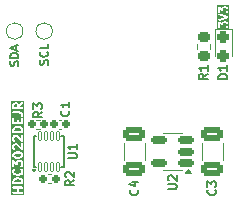
<source format=gbr>
%TF.GenerationSoftware,KiCad,Pcbnew,9.0.0*%
%TF.CreationDate,2025-05-22T17:38:36+04:00*%
%TF.ProjectId,02_06_sensor_temphumid_HDC3022DEJR,30325f30-365f-4736-956e-736f725f7465,rev?*%
%TF.SameCoordinates,Original*%
%TF.FileFunction,Legend,Top*%
%TF.FilePolarity,Positive*%
%FSLAX46Y46*%
G04 Gerber Fmt 4.6, Leading zero omitted, Abs format (unit mm)*
G04 Created by KiCad (PCBNEW 9.0.0) date 2025-05-22 17:38:36*
%MOMM*%
%LPD*%
G01*
G04 APERTURE LIST*
G04 Aperture macros list*
%AMRoundRect*
0 Rectangle with rounded corners*
0 $1 Rounding radius*
0 $2 $3 $4 $5 $6 $7 $8 $9 X,Y pos of 4 corners*
0 Add a 4 corners polygon primitive as box body*
4,1,4,$2,$3,$4,$5,$6,$7,$8,$9,$2,$3,0*
0 Add four circle primitives for the rounded corners*
1,1,$1+$1,$2,$3*
1,1,$1+$1,$4,$5*
1,1,$1+$1,$6,$7*
1,1,$1+$1,$8,$9*
0 Add four rect primitives between the rounded corners*
20,1,$1+$1,$2,$3,$4,$5,0*
20,1,$1+$1,$4,$5,$6,$7,0*
20,1,$1+$1,$6,$7,$8,$9,0*
20,1,$1+$1,$8,$9,$2,$3,0*%
%AMFreePoly0*
4,1,15,0.935355,0.685368,0.950000,0.650013,0.950000,-0.650013,0.935355,-0.685368,0.900000,-0.700013,-0.750013,-0.700013,-0.785368,-0.685368,-0.785371,-0.685365,-0.935358,-0.535352,-0.950000,-0.500000,-0.950000,0.650013,-0.935355,0.685368,-0.900000,0.700013,0.900000,0.700013,0.935355,0.685368,0.935355,0.685368,$1*%
G04 Aperture macros list end*
%ADD10C,0.175000*%
%ADD11C,0.150000*%
%ADD12C,0.120000*%
%ADD13C,0.150013*%
%ADD14C,0.300000*%
%ADD15C,0.059995*%
%ADD16C,0.000000*%
%ADD17RoundRect,0.101600X0.175000X0.725000X-0.175000X0.725000X-0.175000X-0.725000X0.175000X-0.725000X0*%
%ADD18C,0.657200*%
%ADD19RoundRect,0.243750X-0.281250X0.243750X-0.281250X-0.243750X0.281250X-0.243750X0.281250X0.243750X0*%
%ADD20C,1.100000*%
%ADD21RoundRect,0.160000X-0.160000X-0.210000X0.160000X-0.210000X0.160000X0.210000X-0.160000X0.210000X0*%
%ADD22RoundRect,0.050000X-0.125006X-0.350000X0.125006X-0.350000X0.125006X0.350000X-0.125006X0.350000X0*%
%ADD23FreePoly0,0.000000*%
%ADD24RoundRect,0.175000X0.537500X0.175000X-0.537500X0.175000X-0.537500X-0.175000X0.537500X-0.175000X0*%
%ADD25RoundRect,0.165000X-0.165000X-0.195000X0.165000X-0.195000X0.165000X0.195000X-0.165000X0.195000X0*%
%ADD26RoundRect,0.160000X0.160000X0.210000X-0.160000X0.210000X-0.160000X-0.210000X0.160000X-0.210000X0*%
%ADD27RoundRect,0.271739X0.678261X-0.353261X0.678261X0.353261X-0.678261X0.353261X-0.678261X-0.353261X0*%
%ADD28RoundRect,0.225000X-0.300000X0.225000X-0.300000X-0.225000X0.300000X-0.225000X0.300000X0.225000X0*%
G04 APERTURE END LIST*
D10*
G36*
X140428751Y-107171844D02*
G01*
X140478890Y-107196913D01*
X140525671Y-107243694D01*
X140550364Y-107317771D01*
X140550364Y-107394643D01*
X139975364Y-107394643D01*
X139975364Y-107317771D01*
X140000055Y-107243695D01*
X140046840Y-107196911D01*
X140096971Y-107171845D01*
X140220062Y-107141072D01*
X140305661Y-107141072D01*
X140428751Y-107171844D01*
G37*
G36*
X140464467Y-104993272D02*
G01*
X140514603Y-105018340D01*
X140530239Y-105033976D01*
X140550364Y-105074226D01*
X140550364Y-105104343D01*
X140530237Y-105144597D01*
X140514602Y-105160231D01*
X140464470Y-105185297D01*
X140341376Y-105216071D01*
X140184348Y-105216071D01*
X140061260Y-105185298D01*
X140011122Y-105160229D01*
X139995491Y-105144598D01*
X139975364Y-105104343D01*
X139975364Y-105074226D01*
X139995489Y-105033976D01*
X140011124Y-105018340D01*
X140061257Y-104993273D01*
X140184348Y-104962500D01*
X140341376Y-104962500D01*
X140464467Y-104993272D01*
G37*
G36*
X140428751Y-102814700D02*
G01*
X140478890Y-102839769D01*
X140525671Y-102886550D01*
X140550364Y-102960627D01*
X140550364Y-103037499D01*
X139975364Y-103037499D01*
X139975364Y-102960627D01*
X140000055Y-102886551D01*
X140046840Y-102839767D01*
X140096971Y-102814701D01*
X140220062Y-102783928D01*
X140305661Y-102783928D01*
X140428751Y-102814700D01*
G37*
G36*
X140157459Y-100804053D02*
G01*
X140173094Y-100819687D01*
X140193221Y-100859941D01*
X140193221Y-101037499D01*
X139975364Y-101037499D01*
X139975364Y-100859941D01*
X139995491Y-100819686D01*
X140011122Y-100804055D01*
X140051378Y-100783928D01*
X140117209Y-100783928D01*
X140157459Y-100804053D01*
G37*
G36*
X140812864Y-108442857D02*
G01*
X139712864Y-108442857D01*
X139712864Y-107822216D01*
X139802045Y-107822216D01*
X139802045Y-107856356D01*
X139815110Y-107887898D01*
X139839252Y-107912040D01*
X139870794Y-107925105D01*
X139887864Y-107926786D01*
X140157507Y-107926786D01*
X140157507Y-108180357D01*
X139887864Y-108180357D01*
X139870794Y-108182038D01*
X139839252Y-108195103D01*
X139815110Y-108219245D01*
X139802045Y-108250787D01*
X139802045Y-108284927D01*
X139815110Y-108316469D01*
X139839252Y-108340611D01*
X139870794Y-108353676D01*
X139887864Y-108355357D01*
X140637864Y-108355357D01*
X140654934Y-108353676D01*
X140686476Y-108340611D01*
X140710618Y-108316469D01*
X140723683Y-108284927D01*
X140723683Y-108250787D01*
X140710618Y-108219245D01*
X140686476Y-108195103D01*
X140654934Y-108182038D01*
X140637864Y-108180357D01*
X140332507Y-108180357D01*
X140332507Y-107926786D01*
X140637864Y-107926786D01*
X140654934Y-107925105D01*
X140686476Y-107912040D01*
X140710618Y-107887898D01*
X140723683Y-107856356D01*
X140723683Y-107822216D01*
X140710618Y-107790674D01*
X140686476Y-107766532D01*
X140654934Y-107753467D01*
X140637864Y-107751786D01*
X139887864Y-107751786D01*
X139870794Y-107753467D01*
X139839252Y-107766532D01*
X139815110Y-107790674D01*
X139802045Y-107822216D01*
X139712864Y-107822216D01*
X139712864Y-107303572D01*
X139800364Y-107303572D01*
X139800364Y-107482143D01*
X139802045Y-107499213D01*
X139815110Y-107530755D01*
X139839252Y-107554897D01*
X139870794Y-107567962D01*
X139887864Y-107569643D01*
X140637864Y-107569643D01*
X140654934Y-107567962D01*
X140686476Y-107554897D01*
X140710618Y-107530755D01*
X140723683Y-107499213D01*
X140725364Y-107482143D01*
X140725364Y-107303572D01*
X140724513Y-107294932D01*
X140724677Y-107292628D01*
X140723987Y-107289596D01*
X140723683Y-107286502D01*
X140722798Y-107284366D01*
X140720874Y-107275903D01*
X140685160Y-107168759D01*
X140678167Y-107153097D01*
X140676108Y-107150723D01*
X140674904Y-107147816D01*
X140664022Y-107134557D01*
X140592593Y-107063128D01*
X140585880Y-107057618D01*
X140584368Y-107055875D01*
X140581739Y-107054220D01*
X140579334Y-107052246D01*
X140577197Y-107051360D01*
X140569852Y-107046737D01*
X140498423Y-107011023D01*
X140497175Y-107010545D01*
X140496667Y-107010169D01*
X140489509Y-107007612D01*
X140482403Y-107004893D01*
X140481771Y-107004848D01*
X140480514Y-107004399D01*
X140337657Y-106968684D01*
X140334695Y-106968246D01*
X140333505Y-106967753D01*
X140327085Y-106967120D01*
X140320689Y-106966175D01*
X140319411Y-106966365D01*
X140316435Y-106966072D01*
X140209292Y-106966072D01*
X140206316Y-106966365D01*
X140205039Y-106966175D01*
X140198644Y-106967120D01*
X140192222Y-106967753D01*
X140191031Y-106968246D01*
X140188071Y-106968684D01*
X140045213Y-107004398D01*
X140043952Y-107004848D01*
X140043324Y-107004893D01*
X140036244Y-107007602D01*
X140029061Y-107010169D01*
X140028551Y-107010546D01*
X140027304Y-107011024D01*
X139955876Y-107046738D01*
X139948532Y-107051360D01*
X139946394Y-107052246D01*
X139943987Y-107054221D01*
X139941360Y-107055875D01*
X139939847Y-107057618D01*
X139933135Y-107063128D01*
X139861706Y-107134557D01*
X139850824Y-107147816D01*
X139849620Y-107150721D01*
X139847561Y-107153096D01*
X139840568Y-107168759D01*
X139804854Y-107275902D01*
X139802929Y-107284367D01*
X139802045Y-107286502D01*
X139801740Y-107289596D01*
X139801051Y-107292628D01*
X139801214Y-107294932D01*
X139800364Y-107303572D01*
X139712864Y-107303572D01*
X139712864Y-106446429D01*
X139800364Y-106446429D01*
X139800364Y-106517857D01*
X139801214Y-106526496D01*
X139801051Y-106528801D01*
X139801740Y-106531832D01*
X139802045Y-106534927D01*
X139802929Y-106537061D01*
X139804854Y-106545527D01*
X139840568Y-106652670D01*
X139847561Y-106668333D01*
X139849620Y-106670707D01*
X139850824Y-106673613D01*
X139861706Y-106686872D01*
X139933135Y-106758301D01*
X139939847Y-106763810D01*
X139941360Y-106765554D01*
X139943987Y-106767207D01*
X139946394Y-106769183D01*
X139948532Y-106770068D01*
X139955876Y-106774691D01*
X140027304Y-106810405D01*
X140028551Y-106810882D01*
X140029061Y-106811260D01*
X140036244Y-106813826D01*
X140043324Y-106816536D01*
X140043952Y-106816580D01*
X140045213Y-106817031D01*
X140188071Y-106852745D01*
X140191031Y-106853182D01*
X140192222Y-106853676D01*
X140198644Y-106854308D01*
X140205039Y-106855254D01*
X140206316Y-106855063D01*
X140209292Y-106855357D01*
X140316435Y-106855357D01*
X140319411Y-106855063D01*
X140320689Y-106855254D01*
X140327085Y-106854308D01*
X140333505Y-106853676D01*
X140334695Y-106853182D01*
X140337657Y-106852745D01*
X140480514Y-106817030D01*
X140481771Y-106816580D01*
X140482403Y-106816536D01*
X140489509Y-106813816D01*
X140496667Y-106811260D01*
X140497175Y-106810883D01*
X140498423Y-106810406D01*
X140569852Y-106774692D01*
X140577197Y-106770068D01*
X140579334Y-106769183D01*
X140581739Y-106767208D01*
X140584368Y-106765554D01*
X140585880Y-106763810D01*
X140592593Y-106758301D01*
X140664022Y-106686872D01*
X140674904Y-106673613D01*
X140676108Y-106670705D01*
X140678167Y-106668332D01*
X140685160Y-106652670D01*
X140720874Y-106545526D01*
X140722798Y-106537062D01*
X140723683Y-106534927D01*
X140723987Y-106531832D01*
X140724677Y-106528801D01*
X140724513Y-106526496D01*
X140725364Y-106517857D01*
X140725364Y-106446429D01*
X140724513Y-106437789D01*
X140724677Y-106435485D01*
X140723987Y-106432453D01*
X140723683Y-106429359D01*
X140722798Y-106427223D01*
X140720874Y-106418760D01*
X140685160Y-106311616D01*
X140678167Y-106295954D01*
X140676107Y-106293579D01*
X140674903Y-106290672D01*
X140664021Y-106277413D01*
X140628306Y-106241699D01*
X140615047Y-106230818D01*
X140583505Y-106217753D01*
X140549363Y-106217754D01*
X140517821Y-106230819D01*
X140493681Y-106254960D01*
X140480616Y-106286502D01*
X140480617Y-106320644D01*
X140493682Y-106352186D01*
X140504564Y-106365445D01*
X140525672Y-106386552D01*
X140550364Y-106460628D01*
X140550364Y-106503657D01*
X140525671Y-106577734D01*
X140478890Y-106624515D01*
X140428751Y-106649584D01*
X140305661Y-106680357D01*
X140220062Y-106680357D01*
X140096971Y-106649583D01*
X140046840Y-106624518D01*
X140000055Y-106577733D01*
X139975364Y-106503657D01*
X139975364Y-106460628D01*
X140000055Y-106386552D01*
X140021164Y-106365444D01*
X140032045Y-106352185D01*
X140045111Y-106320643D01*
X140045111Y-106286501D01*
X140032045Y-106254959D01*
X140007905Y-106230819D01*
X139976363Y-106217753D01*
X139942221Y-106217753D01*
X139910679Y-106230819D01*
X139897420Y-106241700D01*
X139861706Y-106277414D01*
X139850824Y-106290673D01*
X139849620Y-106293578D01*
X139847561Y-106295953D01*
X139840568Y-106311616D01*
X139804854Y-106418759D01*
X139802929Y-106427224D01*
X139802045Y-106429359D01*
X139801740Y-106432453D01*
X139801051Y-106435485D01*
X139801214Y-106437789D01*
X139800364Y-106446429D01*
X139712864Y-106446429D01*
X139712864Y-105589286D01*
X139800364Y-105589286D01*
X139800364Y-106053572D01*
X139802045Y-106070642D01*
X139815110Y-106102184D01*
X139839252Y-106126326D01*
X139870794Y-106139391D01*
X139904934Y-106139391D01*
X139936476Y-106126326D01*
X139960618Y-106102184D01*
X139973683Y-106070642D01*
X139975364Y-106053572D01*
X139975364Y-105782115D01*
X140115959Y-105905137D01*
X140123338Y-105910412D01*
X140124966Y-105912040D01*
X140126508Y-105912679D01*
X140129912Y-105915112D01*
X140143376Y-105919665D01*
X140156508Y-105925105D01*
X140159459Y-105925105D01*
X140162253Y-105926050D01*
X140176429Y-105925105D01*
X140190648Y-105925105D01*
X140193375Y-105923975D01*
X140196320Y-105923779D01*
X140209061Y-105917477D01*
X140222190Y-105912040D01*
X140224275Y-105909954D01*
X140226923Y-105908645D01*
X140236287Y-105897942D01*
X140246332Y-105887898D01*
X140247460Y-105885172D01*
X140249404Y-105882952D01*
X140253957Y-105869487D01*
X140259397Y-105856356D01*
X140259806Y-105852192D01*
X140260342Y-105850611D01*
X140260188Y-105848314D01*
X140261078Y-105839286D01*
X140261078Y-105752798D01*
X140281203Y-105712548D01*
X140296840Y-105696911D01*
X140337090Y-105676786D01*
X140474352Y-105676786D01*
X140514602Y-105696911D01*
X140530239Y-105712548D01*
X140550364Y-105752798D01*
X140550364Y-105925774D01*
X140530239Y-105966024D01*
X140504563Y-105991700D01*
X140493681Y-106004959D01*
X140480616Y-106036501D01*
X140480616Y-106070643D01*
X140493681Y-106102185D01*
X140517822Y-106126326D01*
X140549364Y-106139391D01*
X140583506Y-106139391D01*
X140615048Y-106126326D01*
X140628307Y-106115444D01*
X140664022Y-106079729D01*
X140669531Y-106073016D01*
X140671275Y-106071504D01*
X140672928Y-106068876D01*
X140674904Y-106066470D01*
X140675789Y-106064331D01*
X140680412Y-106056988D01*
X140716126Y-105985560D01*
X140722257Y-105969540D01*
X140722479Y-105966403D01*
X140723683Y-105963499D01*
X140725364Y-105946429D01*
X140725364Y-105732143D01*
X140723683Y-105715073D01*
X140722479Y-105712168D01*
X140722257Y-105709032D01*
X140716126Y-105693012D01*
X140680412Y-105621584D01*
X140675789Y-105614240D01*
X140674904Y-105612102D01*
X140672928Y-105609695D01*
X140671275Y-105607068D01*
X140669531Y-105605555D01*
X140664022Y-105598843D01*
X140628307Y-105563128D01*
X140621594Y-105557618D01*
X140620082Y-105555875D01*
X140617454Y-105554221D01*
X140615048Y-105552246D01*
X140612909Y-105551360D01*
X140605566Y-105546738D01*
X140534138Y-105511024D01*
X140518119Y-105504893D01*
X140514981Y-105504670D01*
X140512077Y-105503467D01*
X140495007Y-105501786D01*
X140316435Y-105501786D01*
X140299365Y-105503467D01*
X140296460Y-105504670D01*
X140293324Y-105504893D01*
X140277304Y-105511024D01*
X140205876Y-105546738D01*
X140198532Y-105551360D01*
X140196394Y-105552246D01*
X140193987Y-105554221D01*
X140191360Y-105555875D01*
X140189847Y-105557618D01*
X140183135Y-105563128D01*
X140147420Y-105598843D01*
X140141910Y-105605555D01*
X140140167Y-105607068D01*
X140138513Y-105609695D01*
X140136538Y-105612102D01*
X140135652Y-105614240D01*
X140131030Y-105621584D01*
X140108697Y-105666248D01*
X139945483Y-105523436D01*
X139938104Y-105518160D01*
X139936476Y-105516532D01*
X139934932Y-105515892D01*
X139931530Y-105513460D01*
X139918065Y-105508906D01*
X139904934Y-105503467D01*
X139901983Y-105503467D01*
X139899189Y-105502522D01*
X139885013Y-105503467D01*
X139870794Y-105503467D01*
X139868066Y-105504596D01*
X139865122Y-105504793D01*
X139852380Y-105511094D01*
X139839252Y-105516532D01*
X139837166Y-105518617D01*
X139834519Y-105519927D01*
X139825154Y-105530629D01*
X139815110Y-105540674D01*
X139813981Y-105543399D01*
X139812038Y-105545620D01*
X139807484Y-105559084D01*
X139802045Y-105572216D01*
X139801635Y-105576379D01*
X139801100Y-105577961D01*
X139801253Y-105580257D01*
X139800364Y-105589286D01*
X139712864Y-105589286D01*
X139712864Y-105053571D01*
X139800364Y-105053571D01*
X139800364Y-105125000D01*
X139802045Y-105142070D01*
X139803248Y-105144974D01*
X139803471Y-105148111D01*
X139809601Y-105164131D01*
X139845315Y-105235560D01*
X139849938Y-105242905D01*
X139850824Y-105245042D01*
X139852798Y-105247447D01*
X139854453Y-105250076D01*
X139856196Y-105251588D01*
X139861706Y-105258301D01*
X139897420Y-105294015D01*
X139904130Y-105299522D01*
X139905645Y-105301268D01*
X139908277Y-105302925D01*
X139910679Y-105304896D01*
X139912811Y-105305779D01*
X139920161Y-105310406D01*
X139991590Y-105346120D01*
X139992839Y-105346598D01*
X139993347Y-105346974D01*
X140000513Y-105349534D01*
X140007610Y-105352250D01*
X140008238Y-105352294D01*
X140009499Y-105352745D01*
X140152357Y-105388459D01*
X140155317Y-105388896D01*
X140156508Y-105389390D01*
X140162930Y-105390022D01*
X140169325Y-105390968D01*
X140170602Y-105390777D01*
X140173578Y-105391071D01*
X140352150Y-105391071D01*
X140355126Y-105390777D01*
X140356404Y-105390968D01*
X140362800Y-105390022D01*
X140369220Y-105389390D01*
X140370410Y-105388896D01*
X140373372Y-105388459D01*
X140516229Y-105352744D01*
X140517486Y-105352294D01*
X140518119Y-105352250D01*
X140525215Y-105349534D01*
X140532382Y-105346974D01*
X140532892Y-105346595D01*
X140534138Y-105346119D01*
X140605566Y-105310405D01*
X140612910Y-105305781D01*
X140615047Y-105304897D01*
X140617451Y-105302923D01*
X140620082Y-105301268D01*
X140621595Y-105299522D01*
X140628306Y-105294016D01*
X140664021Y-105258302D01*
X140669530Y-105251589D01*
X140671275Y-105250076D01*
X140672930Y-105247446D01*
X140674903Y-105245043D01*
X140675787Y-105242907D01*
X140680413Y-105235560D01*
X140716127Y-105164131D01*
X140722257Y-105148111D01*
X140722479Y-105144974D01*
X140723683Y-105142070D01*
X140725364Y-105125000D01*
X140725364Y-105053571D01*
X140723683Y-105036501D01*
X140722479Y-105033596D01*
X140722257Y-105030460D01*
X140716126Y-105014440D01*
X140680412Y-104943012D01*
X140675788Y-104935666D01*
X140674903Y-104933529D01*
X140672929Y-104931124D01*
X140671275Y-104928496D01*
X140669530Y-104926983D01*
X140664021Y-104920270D01*
X140628306Y-104884556D01*
X140621595Y-104879049D01*
X140620083Y-104877305D01*
X140617452Y-104875649D01*
X140615047Y-104873675D01*
X140612911Y-104872790D01*
X140605567Y-104868167D01*
X140534139Y-104832452D01*
X140532891Y-104831974D01*
X140532382Y-104831597D01*
X140525221Y-104829039D01*
X140518119Y-104826321D01*
X140517486Y-104826276D01*
X140516229Y-104825827D01*
X140373372Y-104790112D01*
X140370410Y-104789674D01*
X140369220Y-104789181D01*
X140362800Y-104788548D01*
X140356404Y-104787603D01*
X140355126Y-104787793D01*
X140352150Y-104787500D01*
X140173578Y-104787500D01*
X140170602Y-104787793D01*
X140169325Y-104787603D01*
X140162930Y-104788548D01*
X140156508Y-104789181D01*
X140155317Y-104789674D01*
X140152357Y-104790112D01*
X140009499Y-104825826D01*
X140008238Y-104826276D01*
X140007609Y-104826321D01*
X140000515Y-104829035D01*
X139993347Y-104831597D01*
X139992838Y-104831973D01*
X139991589Y-104832452D01*
X139920160Y-104868167D01*
X139912810Y-104872792D01*
X139910679Y-104873676D01*
X139908279Y-104875644D01*
X139905644Y-104877304D01*
X139904127Y-104879052D01*
X139897420Y-104884557D01*
X139861706Y-104920271D01*
X139856196Y-104926983D01*
X139854453Y-104928496D01*
X139852799Y-104931123D01*
X139850824Y-104933530D01*
X139849938Y-104935668D01*
X139845316Y-104943012D01*
X139809602Y-105014440D01*
X139803471Y-105030459D01*
X139803248Y-105033596D01*
X139802045Y-105036501D01*
X139800364Y-105053571D01*
X139712864Y-105053571D01*
X139712864Y-104303571D01*
X139800364Y-104303571D01*
X139800364Y-104482143D01*
X139802045Y-104499213D01*
X139803248Y-104502117D01*
X139803471Y-104505255D01*
X139809602Y-104521274D01*
X139845316Y-104592702D01*
X139849938Y-104600045D01*
X139850824Y-104602184D01*
X139852799Y-104604590D01*
X139854453Y-104607218D01*
X139856196Y-104608730D01*
X139861706Y-104615443D01*
X139897420Y-104651157D01*
X139910679Y-104662038D01*
X139942221Y-104675104D01*
X139976363Y-104675104D01*
X140007905Y-104662038D01*
X140032045Y-104637898D01*
X140045111Y-104606356D01*
X140045111Y-104572214D01*
X140032045Y-104540672D01*
X140021164Y-104527413D01*
X139995489Y-104501738D01*
X139975364Y-104461488D01*
X139975364Y-104324226D01*
X139995489Y-104283975D01*
X140011123Y-104268340D01*
X140051378Y-104248214D01*
X140087950Y-104248214D01*
X140162026Y-104272906D01*
X140575992Y-104686872D01*
X140589251Y-104697753D01*
X140589252Y-104697754D01*
X140620794Y-104710819D01*
X140654934Y-104710819D01*
X140686476Y-104697754D01*
X140710618Y-104673612D01*
X140723683Y-104642070D01*
X140725364Y-104625000D01*
X140725364Y-104160714D01*
X140723683Y-104143644D01*
X140710618Y-104112102D01*
X140686476Y-104087960D01*
X140654934Y-104074895D01*
X140620794Y-104074895D01*
X140589252Y-104087960D01*
X140565110Y-104112102D01*
X140552045Y-104143644D01*
X140550364Y-104160714D01*
X140550364Y-104413756D01*
X140271164Y-104134556D01*
X140257905Y-104123674D01*
X140254999Y-104122470D01*
X140252625Y-104120411D01*
X140236962Y-104113418D01*
X140129820Y-104077704D01*
X140121354Y-104075779D01*
X140119220Y-104074895D01*
X140116125Y-104074590D01*
X140113094Y-104073901D01*
X140110789Y-104074064D01*
X140102150Y-104073214D01*
X140030721Y-104073214D01*
X140013651Y-104074895D01*
X140010746Y-104076098D01*
X140007610Y-104076321D01*
X139991590Y-104082451D01*
X139920161Y-104118165D01*
X139912813Y-104122790D01*
X139910678Y-104123675D01*
X139908274Y-104125647D01*
X139905645Y-104127303D01*
X139904131Y-104129047D01*
X139897419Y-104134557D01*
X139861705Y-104170272D01*
X139856198Y-104176982D01*
X139854453Y-104178496D01*
X139852797Y-104181126D01*
X139850824Y-104183531D01*
X139849939Y-104185667D01*
X139845316Y-104193012D01*
X139809602Y-104264440D01*
X139803471Y-104280459D01*
X139803248Y-104283596D01*
X139802045Y-104286501D01*
X139800364Y-104303571D01*
X139712864Y-104303571D01*
X139712864Y-103589285D01*
X139800364Y-103589285D01*
X139800364Y-103767857D01*
X139802045Y-103784927D01*
X139803248Y-103787831D01*
X139803471Y-103790969D01*
X139809602Y-103806988D01*
X139845316Y-103878416D01*
X139849938Y-103885759D01*
X139850824Y-103887898D01*
X139852799Y-103890304D01*
X139854453Y-103892932D01*
X139856196Y-103894444D01*
X139861706Y-103901157D01*
X139897420Y-103936871D01*
X139910679Y-103947752D01*
X139942221Y-103960818D01*
X139976363Y-103960818D01*
X140007905Y-103947752D01*
X140032045Y-103923612D01*
X140045111Y-103892070D01*
X140045111Y-103857928D01*
X140032045Y-103826386D01*
X140021164Y-103813127D01*
X139995489Y-103787452D01*
X139975364Y-103747202D01*
X139975364Y-103609940D01*
X139995489Y-103569689D01*
X140011123Y-103554054D01*
X140051378Y-103533928D01*
X140087950Y-103533928D01*
X140162026Y-103558620D01*
X140575992Y-103972586D01*
X140589251Y-103983467D01*
X140589252Y-103983468D01*
X140620794Y-103996533D01*
X140654934Y-103996533D01*
X140686476Y-103983468D01*
X140710618Y-103959326D01*
X140723683Y-103927784D01*
X140725364Y-103910714D01*
X140725364Y-103446428D01*
X140723683Y-103429358D01*
X140710618Y-103397816D01*
X140686476Y-103373674D01*
X140654934Y-103360609D01*
X140620794Y-103360609D01*
X140589252Y-103373674D01*
X140565110Y-103397816D01*
X140552045Y-103429358D01*
X140550364Y-103446428D01*
X140550364Y-103699470D01*
X140271164Y-103420270D01*
X140257905Y-103409388D01*
X140254999Y-103408184D01*
X140252625Y-103406125D01*
X140236962Y-103399132D01*
X140129820Y-103363418D01*
X140121354Y-103361493D01*
X140119220Y-103360609D01*
X140116125Y-103360304D01*
X140113094Y-103359615D01*
X140110789Y-103359778D01*
X140102150Y-103358928D01*
X140030721Y-103358928D01*
X140013651Y-103360609D01*
X140010746Y-103361812D01*
X140007610Y-103362035D01*
X139991590Y-103368165D01*
X139920161Y-103403879D01*
X139912813Y-103408504D01*
X139910678Y-103409389D01*
X139908274Y-103411361D01*
X139905645Y-103413017D01*
X139904131Y-103414761D01*
X139897419Y-103420271D01*
X139861705Y-103455986D01*
X139856198Y-103462696D01*
X139854453Y-103464210D01*
X139852797Y-103466840D01*
X139850824Y-103469245D01*
X139849939Y-103471381D01*
X139845316Y-103478726D01*
X139809602Y-103550154D01*
X139803471Y-103566173D01*
X139803248Y-103569310D01*
X139802045Y-103572215D01*
X139800364Y-103589285D01*
X139712864Y-103589285D01*
X139712864Y-102946428D01*
X139800364Y-102946428D01*
X139800364Y-103124999D01*
X139802045Y-103142069D01*
X139815110Y-103173611D01*
X139839252Y-103197753D01*
X139870794Y-103210818D01*
X139887864Y-103212499D01*
X140637864Y-103212499D01*
X140654934Y-103210818D01*
X140686476Y-103197753D01*
X140710618Y-103173611D01*
X140723683Y-103142069D01*
X140725364Y-103124999D01*
X140725364Y-102946428D01*
X140724513Y-102937788D01*
X140724677Y-102935484D01*
X140723987Y-102932452D01*
X140723683Y-102929358D01*
X140722798Y-102927222D01*
X140720874Y-102918759D01*
X140685160Y-102811615D01*
X140678167Y-102795953D01*
X140676108Y-102793579D01*
X140674904Y-102790672D01*
X140664022Y-102777413D01*
X140592593Y-102705984D01*
X140585880Y-102700474D01*
X140584368Y-102698731D01*
X140581739Y-102697076D01*
X140579334Y-102695102D01*
X140577197Y-102694216D01*
X140569852Y-102689593D01*
X140498423Y-102653879D01*
X140497175Y-102653401D01*
X140496667Y-102653025D01*
X140489509Y-102650468D01*
X140482403Y-102647749D01*
X140481771Y-102647704D01*
X140480514Y-102647255D01*
X140337657Y-102611540D01*
X140334695Y-102611102D01*
X140333505Y-102610609D01*
X140327085Y-102609976D01*
X140320689Y-102609031D01*
X140319411Y-102609221D01*
X140316435Y-102608928D01*
X140209292Y-102608928D01*
X140206316Y-102609221D01*
X140205039Y-102609031D01*
X140198644Y-102609976D01*
X140192222Y-102610609D01*
X140191031Y-102611102D01*
X140188071Y-102611540D01*
X140045213Y-102647254D01*
X140043952Y-102647704D01*
X140043324Y-102647749D01*
X140036244Y-102650458D01*
X140029061Y-102653025D01*
X140028551Y-102653402D01*
X140027304Y-102653880D01*
X139955876Y-102689594D01*
X139948532Y-102694216D01*
X139946394Y-102695102D01*
X139943987Y-102697077D01*
X139941360Y-102698731D01*
X139939847Y-102700474D01*
X139933135Y-102705984D01*
X139861706Y-102777413D01*
X139850824Y-102790672D01*
X139849620Y-102793577D01*
X139847561Y-102795952D01*
X139840568Y-102811615D01*
X139804854Y-102918758D01*
X139802929Y-102927223D01*
X139802045Y-102929358D01*
X139801740Y-102932452D01*
X139801051Y-102935484D01*
X139801214Y-102937788D01*
X139800364Y-102946428D01*
X139712864Y-102946428D01*
X139712864Y-102017856D01*
X139800364Y-102017856D01*
X139800364Y-102374999D01*
X139802045Y-102392069D01*
X139815110Y-102423611D01*
X139839252Y-102447753D01*
X139870794Y-102460818D01*
X139887864Y-102462499D01*
X140637864Y-102462499D01*
X140654934Y-102460818D01*
X140686476Y-102447753D01*
X140710618Y-102423611D01*
X140723683Y-102392069D01*
X140725364Y-102374999D01*
X140725364Y-102017856D01*
X140723683Y-102000786D01*
X140710618Y-101969244D01*
X140686476Y-101945102D01*
X140654934Y-101932037D01*
X140620794Y-101932037D01*
X140589252Y-101945102D01*
X140565110Y-101969244D01*
X140552045Y-102000786D01*
X140550364Y-102017856D01*
X140550364Y-102287499D01*
X140332507Y-102287499D01*
X140332507Y-102124999D01*
X140330826Y-102107929D01*
X140317761Y-102076387D01*
X140293619Y-102052245D01*
X140262077Y-102039180D01*
X140227937Y-102039180D01*
X140196395Y-102052245D01*
X140172253Y-102076387D01*
X140159188Y-102107929D01*
X140157507Y-102124999D01*
X140157507Y-102287499D01*
X139975364Y-102287499D01*
X139975364Y-102017856D01*
X139973683Y-102000786D01*
X139960618Y-101969244D01*
X139936476Y-101945102D01*
X139904934Y-101932037D01*
X139870794Y-101932037D01*
X139839252Y-101945102D01*
X139815110Y-101969244D01*
X139802045Y-102000786D01*
X139800364Y-102017856D01*
X139712864Y-102017856D01*
X139712864Y-101465072D01*
X139802045Y-101465072D01*
X139802045Y-101499212D01*
X139815110Y-101530754D01*
X139839252Y-101554896D01*
X139870794Y-101567961D01*
X139887864Y-101569642D01*
X140409378Y-101569642D01*
X140483456Y-101594335D01*
X140525671Y-101636550D01*
X140550364Y-101710627D01*
X140550364Y-101767857D01*
X140552045Y-101784927D01*
X140565110Y-101816469D01*
X140589252Y-101840611D01*
X140620794Y-101853676D01*
X140654934Y-101853676D01*
X140686476Y-101840611D01*
X140710618Y-101816469D01*
X140723683Y-101784927D01*
X140725364Y-101767857D01*
X140725364Y-101696428D01*
X140724513Y-101687788D01*
X140724677Y-101685484D01*
X140723987Y-101682452D01*
X140723683Y-101679358D01*
X140722798Y-101677222D01*
X140720874Y-101668759D01*
X140685160Y-101561615D01*
X140678167Y-101545953D01*
X140676107Y-101543577D01*
X140674903Y-101540671D01*
X140664021Y-101527413D01*
X140592592Y-101455985D01*
X140579333Y-101445103D01*
X140576429Y-101443900D01*
X140574054Y-101441840D01*
X140558392Y-101434847D01*
X140451248Y-101399132D01*
X140442782Y-101397207D01*
X140440648Y-101396323D01*
X140437554Y-101396018D01*
X140434523Y-101395329D01*
X140432217Y-101395492D01*
X140423578Y-101394642D01*
X139887864Y-101394642D01*
X139870794Y-101396323D01*
X139839252Y-101409388D01*
X139815110Y-101433530D01*
X139802045Y-101465072D01*
X139712864Y-101465072D01*
X139712864Y-100839285D01*
X139800364Y-100839285D01*
X139800364Y-101124999D01*
X139802045Y-101142069D01*
X139815110Y-101173611D01*
X139839252Y-101197753D01*
X139870794Y-101210818D01*
X139887864Y-101212499D01*
X140637864Y-101212499D01*
X140654934Y-101210818D01*
X140686476Y-101197753D01*
X140710618Y-101173611D01*
X140723683Y-101142069D01*
X140723683Y-101107929D01*
X140710618Y-101076387D01*
X140686476Y-101052245D01*
X140654934Y-101039180D01*
X140637864Y-101037499D01*
X140368221Y-101037499D01*
X140368221Y-100991985D01*
X140688042Y-100768111D01*
X140701063Y-100756944D01*
X140719411Y-100728153D01*
X140725344Y-100694531D01*
X140717959Y-100661198D01*
X140698381Y-100633229D01*
X140669590Y-100614882D01*
X140635967Y-100608948D01*
X140602635Y-100616333D01*
X140587686Y-100624745D01*
X140353310Y-100788807D01*
X140323270Y-100728725D01*
X140318644Y-100721377D01*
X140317760Y-100719242D01*
X140315787Y-100716838D01*
X140314132Y-100714209D01*
X140312387Y-100712695D01*
X140306878Y-100705983D01*
X140271163Y-100670269D01*
X140264452Y-100664762D01*
X140262939Y-100663017D01*
X140260308Y-100661361D01*
X140257904Y-100659388D01*
X140255767Y-100658503D01*
X140248423Y-100653880D01*
X140176995Y-100618166D01*
X140160976Y-100612035D01*
X140157838Y-100611812D01*
X140154934Y-100610609D01*
X140137864Y-100608928D01*
X140030721Y-100608928D01*
X140013651Y-100610609D01*
X140010746Y-100611812D01*
X140007610Y-100612035D01*
X139991590Y-100618165D01*
X139920161Y-100653879D01*
X139912811Y-100658505D01*
X139910679Y-100659389D01*
X139908277Y-100661359D01*
X139905645Y-100663017D01*
X139904130Y-100664762D01*
X139897420Y-100670270D01*
X139861706Y-100705984D01*
X139856196Y-100712696D01*
X139854453Y-100714209D01*
X139852798Y-100716837D01*
X139850824Y-100719243D01*
X139849938Y-100721379D01*
X139845315Y-100728725D01*
X139809601Y-100800154D01*
X139803471Y-100816174D01*
X139803248Y-100819310D01*
X139802045Y-100822215D01*
X139800364Y-100839285D01*
X139712864Y-100839285D01*
X139712864Y-100521428D01*
X140812864Y-100521428D01*
X140812864Y-108442857D01*
G37*
D11*
G36*
X158168811Y-94418004D02*
G01*
X157163255Y-94418004D01*
X157163255Y-93833333D01*
X157241033Y-93833333D01*
X157241033Y-94266667D01*
X157242474Y-94281299D01*
X157253673Y-94308335D01*
X157274365Y-94329027D01*
X157301401Y-94340226D01*
X157330665Y-94340226D01*
X157357701Y-94329027D01*
X157378393Y-94308335D01*
X157389592Y-94281299D01*
X157391033Y-94266667D01*
X157391033Y-93998615D01*
X157533312Y-94123110D01*
X157539636Y-94127631D01*
X157541032Y-94129027D01*
X157542355Y-94129575D01*
X157545273Y-94131661D01*
X157556810Y-94135562D01*
X157568068Y-94140226D01*
X157570599Y-94140226D01*
X157572994Y-94141036D01*
X157585147Y-94140226D01*
X157597332Y-94140226D01*
X157599668Y-94139258D01*
X157602192Y-94139090D01*
X157613117Y-94133687D01*
X157624368Y-94129027D01*
X157626154Y-94127240D01*
X157628424Y-94126118D01*
X157636449Y-94116945D01*
X157645060Y-94108335D01*
X157646028Y-94105998D01*
X157647694Y-94104094D01*
X157651595Y-94092556D01*
X157656259Y-94081299D01*
X157656610Y-94077728D01*
X157657069Y-94076373D01*
X157656937Y-94074405D01*
X157657700Y-94066667D01*
X157657700Y-93984371D01*
X157677671Y-93944427D01*
X157693793Y-93928305D01*
X157733738Y-93908333D01*
X157864994Y-93908333D01*
X157904940Y-93928306D01*
X157921061Y-93944427D01*
X157941033Y-93984371D01*
X157941033Y-94148962D01*
X157921061Y-94188906D01*
X157896333Y-94213634D01*
X157887006Y-94224999D01*
X157875807Y-94252036D01*
X157875807Y-94281298D01*
X157887006Y-94308335D01*
X157907698Y-94329027D01*
X157934735Y-94340226D01*
X157963997Y-94340226D01*
X157991034Y-94329027D01*
X158002399Y-94319700D01*
X158035733Y-94286366D01*
X158040451Y-94280616D01*
X158041950Y-94279317D01*
X158043371Y-94277057D01*
X158045060Y-94275001D01*
X158045817Y-94273173D01*
X158049782Y-94266874D01*
X158083115Y-94200208D01*
X158088370Y-94186476D01*
X158088560Y-94183788D01*
X158089592Y-94181299D01*
X158091033Y-94166667D01*
X158091033Y-93966667D01*
X158089592Y-93952035D01*
X158088560Y-93949545D01*
X158088370Y-93946858D01*
X158083115Y-93933127D01*
X158049782Y-93866459D01*
X158045817Y-93860161D01*
X158045060Y-93858332D01*
X158043369Y-93856272D01*
X158041950Y-93854017D01*
X158040453Y-93852719D01*
X158035732Y-93846966D01*
X158002398Y-93813633D01*
X157996646Y-93808912D01*
X157995350Y-93807418D01*
X157993095Y-93805998D01*
X157991033Y-93804306D01*
X157989202Y-93803548D01*
X157982908Y-93799585D01*
X157916242Y-93766251D01*
X157902510Y-93760996D01*
X157899820Y-93760804D01*
X157897332Y-93759774D01*
X157882700Y-93758333D01*
X157716033Y-93758333D01*
X157701401Y-93759774D01*
X157698912Y-93760804D01*
X157696223Y-93760996D01*
X157682491Y-93766251D01*
X157615825Y-93799585D01*
X157609528Y-93803548D01*
X157607698Y-93804307D01*
X157605636Y-93805998D01*
X157603382Y-93807418D01*
X157602085Y-93808913D01*
X157596333Y-93813634D01*
X157563000Y-93846967D01*
X157558281Y-93852716D01*
X157556783Y-93854016D01*
X157555361Y-93856275D01*
X157553673Y-93858332D01*
X157552915Y-93860159D01*
X157548951Y-93866459D01*
X157524248Y-93915864D01*
X157365421Y-93776890D01*
X157359096Y-93772368D01*
X157357701Y-93770973D01*
X157356377Y-93770424D01*
X157353460Y-93768339D01*
X157341922Y-93764437D01*
X157330665Y-93759774D01*
X157328134Y-93759774D01*
X157325739Y-93758964D01*
X157313586Y-93759774D01*
X157301401Y-93759774D01*
X157299064Y-93760741D01*
X157296541Y-93760910D01*
X157285615Y-93766312D01*
X157274365Y-93770973D01*
X157272578Y-93772759D01*
X157270309Y-93773882D01*
X157262283Y-93783054D01*
X157253673Y-93791665D01*
X157252704Y-93794001D01*
X157251039Y-93795906D01*
X157247137Y-93807443D01*
X157242474Y-93818701D01*
X157242122Y-93822271D01*
X157241664Y-93823627D01*
X157241795Y-93825594D01*
X157241033Y-93833333D01*
X157163255Y-93833333D01*
X157163255Y-93157286D01*
X157241622Y-93157286D01*
X157243697Y-93186476D01*
X157256783Y-93212649D01*
X157278890Y-93231823D01*
X157292316Y-93237817D01*
X157778863Y-93399999D01*
X157292316Y-93562182D01*
X157278890Y-93568176D01*
X157256783Y-93587350D01*
X157243697Y-93613523D01*
X157241622Y-93642713D01*
X157250876Y-93670476D01*
X157270050Y-93692583D01*
X157296223Y-93705669D01*
X157325413Y-93707744D01*
X157339750Y-93704484D01*
X158039750Y-93471151D01*
X158053176Y-93465157D01*
X158057224Y-93461645D01*
X158062016Y-93459250D01*
X158068178Y-93452145D01*
X158075283Y-93445983D01*
X158077679Y-93441190D01*
X158081190Y-93437143D01*
X158084163Y-93428223D01*
X158088370Y-93419810D01*
X158088750Y-93414461D01*
X158090444Y-93409380D01*
X158089777Y-93400007D01*
X158090445Y-93390620D01*
X158088748Y-93385531D01*
X158088369Y-93380190D01*
X158084165Y-93371782D01*
X158081190Y-93362857D01*
X158077678Y-93358808D01*
X158075283Y-93354017D01*
X158068180Y-93347857D01*
X158062017Y-93340750D01*
X158057222Y-93338352D01*
X158053176Y-93334843D01*
X158039750Y-93328849D01*
X157339750Y-93095515D01*
X157325413Y-93092255D01*
X157296223Y-93094330D01*
X157270050Y-93107416D01*
X157250876Y-93129523D01*
X157241622Y-93157286D01*
X157163255Y-93157286D01*
X157163255Y-92566666D01*
X157241033Y-92566666D01*
X157241033Y-93000000D01*
X157242474Y-93014632D01*
X157253673Y-93041668D01*
X157274365Y-93062360D01*
X157301401Y-93073559D01*
X157330665Y-93073559D01*
X157357701Y-93062360D01*
X157378393Y-93041668D01*
X157389592Y-93014632D01*
X157391033Y-93000000D01*
X157391033Y-92731948D01*
X157533312Y-92856443D01*
X157539636Y-92860964D01*
X157541032Y-92862360D01*
X157542355Y-92862908D01*
X157545273Y-92864994D01*
X157556810Y-92868895D01*
X157568068Y-92873559D01*
X157570599Y-92873559D01*
X157572994Y-92874369D01*
X157585147Y-92873559D01*
X157597332Y-92873559D01*
X157599668Y-92872591D01*
X157602192Y-92872423D01*
X157613117Y-92867020D01*
X157624368Y-92862360D01*
X157626154Y-92860573D01*
X157628424Y-92859451D01*
X157636449Y-92850278D01*
X157645060Y-92841668D01*
X157646028Y-92839331D01*
X157647694Y-92837427D01*
X157651595Y-92825889D01*
X157656259Y-92814632D01*
X157656610Y-92811061D01*
X157657069Y-92809706D01*
X157656937Y-92807738D01*
X157657700Y-92800000D01*
X157657700Y-92717704D01*
X157677671Y-92677760D01*
X157693793Y-92661638D01*
X157733738Y-92641666D01*
X157864994Y-92641666D01*
X157904940Y-92661639D01*
X157921061Y-92677760D01*
X157941033Y-92717704D01*
X157941033Y-92882295D01*
X157921061Y-92922239D01*
X157896333Y-92946967D01*
X157887006Y-92958332D01*
X157875807Y-92985369D01*
X157875807Y-93014631D01*
X157887006Y-93041668D01*
X157907698Y-93062360D01*
X157934735Y-93073559D01*
X157963997Y-93073559D01*
X157991034Y-93062360D01*
X158002399Y-93053033D01*
X158035733Y-93019699D01*
X158040451Y-93013949D01*
X158041950Y-93012650D01*
X158043371Y-93010390D01*
X158045060Y-93008334D01*
X158045817Y-93006506D01*
X158049782Y-93000207D01*
X158083115Y-92933541D01*
X158088370Y-92919809D01*
X158088560Y-92917121D01*
X158089592Y-92914632D01*
X158091033Y-92900000D01*
X158091033Y-92700000D01*
X158089592Y-92685368D01*
X158088560Y-92682878D01*
X158088370Y-92680191D01*
X158083115Y-92666460D01*
X158049782Y-92599792D01*
X158045817Y-92593494D01*
X158045060Y-92591665D01*
X158043369Y-92589605D01*
X158041950Y-92587350D01*
X158040453Y-92586052D01*
X158035732Y-92580299D01*
X158002398Y-92546966D01*
X157996646Y-92542245D01*
X157995350Y-92540751D01*
X157993095Y-92539331D01*
X157991033Y-92537639D01*
X157989202Y-92536881D01*
X157982908Y-92532918D01*
X157916242Y-92499584D01*
X157902510Y-92494329D01*
X157899820Y-92494137D01*
X157897332Y-92493107D01*
X157882700Y-92491666D01*
X157716033Y-92491666D01*
X157701401Y-92493107D01*
X157698912Y-92494137D01*
X157696223Y-92494329D01*
X157682491Y-92499584D01*
X157615825Y-92532918D01*
X157609528Y-92536881D01*
X157607698Y-92537640D01*
X157605636Y-92539331D01*
X157603382Y-92540751D01*
X157602085Y-92542246D01*
X157596333Y-92546967D01*
X157563000Y-92580300D01*
X157558281Y-92586049D01*
X157556783Y-92587349D01*
X157555361Y-92589608D01*
X157553673Y-92591665D01*
X157552915Y-92593492D01*
X157548951Y-92599792D01*
X157524248Y-92649197D01*
X157365421Y-92510223D01*
X157359096Y-92505701D01*
X157357701Y-92504306D01*
X157356377Y-92503757D01*
X157353460Y-92501672D01*
X157341922Y-92497770D01*
X157330665Y-92493107D01*
X157328134Y-92493107D01*
X157325739Y-92492297D01*
X157313586Y-92493107D01*
X157301401Y-92493107D01*
X157299064Y-92494074D01*
X157296541Y-92494243D01*
X157285615Y-92499645D01*
X157274365Y-92504306D01*
X157272578Y-92506092D01*
X157270309Y-92507215D01*
X157262283Y-92516387D01*
X157253673Y-92524998D01*
X157252704Y-92527334D01*
X157251039Y-92529239D01*
X157247137Y-92540776D01*
X157242474Y-92552034D01*
X157242122Y-92555604D01*
X157241664Y-92556960D01*
X157241795Y-92558927D01*
X157241033Y-92566666D01*
X157163255Y-92566666D01*
X157163255Y-92413888D01*
X158168811Y-92413888D01*
X158168811Y-94418004D01*
G37*
D10*
X157997864Y-98653571D02*
X157247864Y-98653571D01*
X157247864Y-98653571D02*
X157247864Y-98475000D01*
X157247864Y-98475000D02*
X157283578Y-98367857D01*
X157283578Y-98367857D02*
X157355007Y-98296428D01*
X157355007Y-98296428D02*
X157426435Y-98260714D01*
X157426435Y-98260714D02*
X157569292Y-98225000D01*
X157569292Y-98225000D02*
X157676435Y-98225000D01*
X157676435Y-98225000D02*
X157819292Y-98260714D01*
X157819292Y-98260714D02*
X157890721Y-98296428D01*
X157890721Y-98296428D02*
X157962150Y-98367857D01*
X157962150Y-98367857D02*
X157997864Y-98475000D01*
X157997864Y-98475000D02*
X157997864Y-98653571D01*
X157997864Y-97510714D02*
X157997864Y-97939285D01*
X157997864Y-97725000D02*
X157247864Y-97725000D01*
X157247864Y-97725000D02*
X157355007Y-97796428D01*
X157355007Y-97796428D02*
X157426435Y-97867857D01*
X157426435Y-97867857D02*
X157462150Y-97939285D01*
D11*
X142782700Y-97433333D02*
X142816033Y-97333333D01*
X142816033Y-97333333D02*
X142816033Y-97166667D01*
X142816033Y-97166667D02*
X142782700Y-97100000D01*
X142782700Y-97100000D02*
X142749366Y-97066667D01*
X142749366Y-97066667D02*
X142682700Y-97033333D01*
X142682700Y-97033333D02*
X142616033Y-97033333D01*
X142616033Y-97033333D02*
X142549366Y-97066667D01*
X142549366Y-97066667D02*
X142516033Y-97100000D01*
X142516033Y-97100000D02*
X142482700Y-97166667D01*
X142482700Y-97166667D02*
X142449366Y-97300000D01*
X142449366Y-97300000D02*
X142416033Y-97366667D01*
X142416033Y-97366667D02*
X142382700Y-97400000D01*
X142382700Y-97400000D02*
X142316033Y-97433333D01*
X142316033Y-97433333D02*
X142249366Y-97433333D01*
X142249366Y-97433333D02*
X142182700Y-97400000D01*
X142182700Y-97400000D02*
X142149366Y-97366667D01*
X142149366Y-97366667D02*
X142116033Y-97300000D01*
X142116033Y-97300000D02*
X142116033Y-97133333D01*
X142116033Y-97133333D02*
X142149366Y-97033333D01*
X142749366Y-96333333D02*
X142782700Y-96366666D01*
X142782700Y-96366666D02*
X142816033Y-96466666D01*
X142816033Y-96466666D02*
X142816033Y-96533333D01*
X142816033Y-96533333D02*
X142782700Y-96633333D01*
X142782700Y-96633333D02*
X142716033Y-96700000D01*
X142716033Y-96700000D02*
X142649366Y-96733333D01*
X142649366Y-96733333D02*
X142516033Y-96766666D01*
X142516033Y-96766666D02*
X142416033Y-96766666D01*
X142416033Y-96766666D02*
X142282700Y-96733333D01*
X142282700Y-96733333D02*
X142216033Y-96700000D01*
X142216033Y-96700000D02*
X142149366Y-96633333D01*
X142149366Y-96633333D02*
X142116033Y-96533333D01*
X142116033Y-96533333D02*
X142116033Y-96466666D01*
X142116033Y-96466666D02*
X142149366Y-96366666D01*
X142149366Y-96366666D02*
X142182700Y-96333333D01*
X142816033Y-95700000D02*
X142816033Y-96033333D01*
X142816033Y-96033333D02*
X142116033Y-96033333D01*
X140282700Y-97549999D02*
X140316033Y-97449999D01*
X140316033Y-97449999D02*
X140316033Y-97283333D01*
X140316033Y-97283333D02*
X140282700Y-97216666D01*
X140282700Y-97216666D02*
X140249366Y-97183333D01*
X140249366Y-97183333D02*
X140182700Y-97149999D01*
X140182700Y-97149999D02*
X140116033Y-97149999D01*
X140116033Y-97149999D02*
X140049366Y-97183333D01*
X140049366Y-97183333D02*
X140016033Y-97216666D01*
X140016033Y-97216666D02*
X139982700Y-97283333D01*
X139982700Y-97283333D02*
X139949366Y-97416666D01*
X139949366Y-97416666D02*
X139916033Y-97483333D01*
X139916033Y-97483333D02*
X139882700Y-97516666D01*
X139882700Y-97516666D02*
X139816033Y-97549999D01*
X139816033Y-97549999D02*
X139749366Y-97549999D01*
X139749366Y-97549999D02*
X139682700Y-97516666D01*
X139682700Y-97516666D02*
X139649366Y-97483333D01*
X139649366Y-97483333D02*
X139616033Y-97416666D01*
X139616033Y-97416666D02*
X139616033Y-97249999D01*
X139616033Y-97249999D02*
X139649366Y-97149999D01*
X140316033Y-96849999D02*
X139616033Y-96849999D01*
X139616033Y-96849999D02*
X139616033Y-96683332D01*
X139616033Y-96683332D02*
X139649366Y-96583332D01*
X139649366Y-96583332D02*
X139716033Y-96516666D01*
X139716033Y-96516666D02*
X139782700Y-96483332D01*
X139782700Y-96483332D02*
X139916033Y-96449999D01*
X139916033Y-96449999D02*
X140016033Y-96449999D01*
X140016033Y-96449999D02*
X140149366Y-96483332D01*
X140149366Y-96483332D02*
X140216033Y-96516666D01*
X140216033Y-96516666D02*
X140282700Y-96583332D01*
X140282700Y-96583332D02*
X140316033Y-96683332D01*
X140316033Y-96683332D02*
X140316033Y-96849999D01*
X140116033Y-96183332D02*
X140116033Y-95849999D01*
X140316033Y-96249999D02*
X139616033Y-96016666D01*
X139616033Y-96016666D02*
X140316033Y-95783332D01*
D10*
X145037864Y-107224975D02*
X144680721Y-107474975D01*
X145037864Y-107653546D02*
X144287864Y-107653546D01*
X144287864Y-107653546D02*
X144287864Y-107367832D01*
X144287864Y-107367832D02*
X144323578Y-107296403D01*
X144323578Y-107296403D02*
X144359292Y-107260689D01*
X144359292Y-107260689D02*
X144430721Y-107224975D01*
X144430721Y-107224975D02*
X144537864Y-107224975D01*
X144537864Y-107224975D02*
X144609292Y-107260689D01*
X144609292Y-107260689D02*
X144645007Y-107296403D01*
X144645007Y-107296403D02*
X144680721Y-107367832D01*
X144680721Y-107367832D02*
X144680721Y-107653546D01*
X144359292Y-106939260D02*
X144323578Y-106903546D01*
X144323578Y-106903546D02*
X144287864Y-106832118D01*
X144287864Y-106832118D02*
X144287864Y-106653546D01*
X144287864Y-106653546D02*
X144323578Y-106582118D01*
X144323578Y-106582118D02*
X144359292Y-106546403D01*
X144359292Y-106546403D02*
X144430721Y-106510689D01*
X144430721Y-106510689D02*
X144502150Y-106510689D01*
X144502150Y-106510689D02*
X144609292Y-106546403D01*
X144609292Y-106546403D02*
X145037864Y-106974975D01*
X145037864Y-106974975D02*
X145037864Y-106510689D01*
X144487864Y-105371403D02*
X145095007Y-105371403D01*
X145095007Y-105371403D02*
X145166435Y-105335689D01*
X145166435Y-105335689D02*
X145202150Y-105299975D01*
X145202150Y-105299975D02*
X145237864Y-105228546D01*
X145237864Y-105228546D02*
X145237864Y-105085689D01*
X145237864Y-105085689D02*
X145202150Y-105014260D01*
X145202150Y-105014260D02*
X145166435Y-104978546D01*
X145166435Y-104978546D02*
X145095007Y-104942832D01*
X145095007Y-104942832D02*
X144487864Y-104942832D01*
X145237864Y-104192832D02*
X145237864Y-104621403D01*
X145237864Y-104407118D02*
X144487864Y-104407118D01*
X144487864Y-104407118D02*
X144595007Y-104478546D01*
X144595007Y-104478546D02*
X144666435Y-104549975D01*
X144666435Y-104549975D02*
X144702150Y-104621403D01*
X152987864Y-107971428D02*
X153595007Y-107971428D01*
X153595007Y-107971428D02*
X153666435Y-107935714D01*
X153666435Y-107935714D02*
X153702150Y-107900000D01*
X153702150Y-107900000D02*
X153737864Y-107828571D01*
X153737864Y-107828571D02*
X153737864Y-107685714D01*
X153737864Y-107685714D02*
X153702150Y-107614285D01*
X153702150Y-107614285D02*
X153666435Y-107578571D01*
X153666435Y-107578571D02*
X153595007Y-107542857D01*
X153595007Y-107542857D02*
X152987864Y-107542857D01*
X153059292Y-107221428D02*
X153023578Y-107185714D01*
X153023578Y-107185714D02*
X152987864Y-107114286D01*
X152987864Y-107114286D02*
X152987864Y-106935714D01*
X152987864Y-106935714D02*
X153023578Y-106864286D01*
X153023578Y-106864286D02*
X153059292Y-106828571D01*
X153059292Y-106828571D02*
X153130721Y-106792857D01*
X153130721Y-106792857D02*
X153202150Y-106792857D01*
X153202150Y-106792857D02*
X153309292Y-106828571D01*
X153309292Y-106828571D02*
X153737864Y-107257143D01*
X153737864Y-107257143D02*
X153737864Y-106792857D01*
X144566435Y-101325000D02*
X144602150Y-101360714D01*
X144602150Y-101360714D02*
X144637864Y-101467857D01*
X144637864Y-101467857D02*
X144637864Y-101539285D01*
X144637864Y-101539285D02*
X144602150Y-101646428D01*
X144602150Y-101646428D02*
X144530721Y-101717857D01*
X144530721Y-101717857D02*
X144459292Y-101753571D01*
X144459292Y-101753571D02*
X144316435Y-101789285D01*
X144316435Y-101789285D02*
X144209292Y-101789285D01*
X144209292Y-101789285D02*
X144066435Y-101753571D01*
X144066435Y-101753571D02*
X143995007Y-101717857D01*
X143995007Y-101717857D02*
X143923578Y-101646428D01*
X143923578Y-101646428D02*
X143887864Y-101539285D01*
X143887864Y-101539285D02*
X143887864Y-101467857D01*
X143887864Y-101467857D02*
X143923578Y-101360714D01*
X143923578Y-101360714D02*
X143959292Y-101325000D01*
X144637864Y-100610714D02*
X144637864Y-101039285D01*
X144637864Y-100825000D02*
X143887864Y-100825000D01*
X143887864Y-100825000D02*
X143995007Y-100896428D01*
X143995007Y-100896428D02*
X144066435Y-100967857D01*
X144066435Y-100967857D02*
X144102150Y-101039285D01*
X142337864Y-101425000D02*
X141980721Y-101675000D01*
X142337864Y-101853571D02*
X141587864Y-101853571D01*
X141587864Y-101853571D02*
X141587864Y-101567857D01*
X141587864Y-101567857D02*
X141623578Y-101496428D01*
X141623578Y-101496428D02*
X141659292Y-101460714D01*
X141659292Y-101460714D02*
X141730721Y-101425000D01*
X141730721Y-101425000D02*
X141837864Y-101425000D01*
X141837864Y-101425000D02*
X141909292Y-101460714D01*
X141909292Y-101460714D02*
X141945007Y-101496428D01*
X141945007Y-101496428D02*
X141980721Y-101567857D01*
X141980721Y-101567857D02*
X141980721Y-101853571D01*
X141587864Y-101175000D02*
X141587864Y-100710714D01*
X141587864Y-100710714D02*
X141873578Y-100960714D01*
X141873578Y-100960714D02*
X141873578Y-100853571D01*
X141873578Y-100853571D02*
X141909292Y-100782143D01*
X141909292Y-100782143D02*
X141945007Y-100746428D01*
X141945007Y-100746428D02*
X142016435Y-100710714D01*
X142016435Y-100710714D02*
X142195007Y-100710714D01*
X142195007Y-100710714D02*
X142266435Y-100746428D01*
X142266435Y-100746428D02*
X142302150Y-100782143D01*
X142302150Y-100782143D02*
X142337864Y-100853571D01*
X142337864Y-100853571D02*
X142337864Y-101067857D01*
X142337864Y-101067857D02*
X142302150Y-101139285D01*
X142302150Y-101139285D02*
X142266435Y-101175000D01*
X157003935Y-108025000D02*
X157039650Y-108060714D01*
X157039650Y-108060714D02*
X157075364Y-108167857D01*
X157075364Y-108167857D02*
X157075364Y-108239285D01*
X157075364Y-108239285D02*
X157039650Y-108346428D01*
X157039650Y-108346428D02*
X156968221Y-108417857D01*
X156968221Y-108417857D02*
X156896792Y-108453571D01*
X156896792Y-108453571D02*
X156753935Y-108489285D01*
X156753935Y-108489285D02*
X156646792Y-108489285D01*
X156646792Y-108489285D02*
X156503935Y-108453571D01*
X156503935Y-108453571D02*
X156432507Y-108417857D01*
X156432507Y-108417857D02*
X156361078Y-108346428D01*
X156361078Y-108346428D02*
X156325364Y-108239285D01*
X156325364Y-108239285D02*
X156325364Y-108167857D01*
X156325364Y-108167857D02*
X156361078Y-108060714D01*
X156361078Y-108060714D02*
X156396792Y-108025000D01*
X156325364Y-107775000D02*
X156325364Y-107310714D01*
X156325364Y-107310714D02*
X156611078Y-107560714D01*
X156611078Y-107560714D02*
X156611078Y-107453571D01*
X156611078Y-107453571D02*
X156646792Y-107382143D01*
X156646792Y-107382143D02*
X156682507Y-107346428D01*
X156682507Y-107346428D02*
X156753935Y-107310714D01*
X156753935Y-107310714D02*
X156932507Y-107310714D01*
X156932507Y-107310714D02*
X157003935Y-107346428D01*
X157003935Y-107346428D02*
X157039650Y-107382143D01*
X157039650Y-107382143D02*
X157075364Y-107453571D01*
X157075364Y-107453571D02*
X157075364Y-107667857D01*
X157075364Y-107667857D02*
X157039650Y-107739285D01*
X157039650Y-107739285D02*
X157003935Y-107775000D01*
X156337864Y-98225000D02*
X155980721Y-98475000D01*
X156337864Y-98653571D02*
X155587864Y-98653571D01*
X155587864Y-98653571D02*
X155587864Y-98367857D01*
X155587864Y-98367857D02*
X155623578Y-98296428D01*
X155623578Y-98296428D02*
X155659292Y-98260714D01*
X155659292Y-98260714D02*
X155730721Y-98225000D01*
X155730721Y-98225000D02*
X155837864Y-98225000D01*
X155837864Y-98225000D02*
X155909292Y-98260714D01*
X155909292Y-98260714D02*
X155945007Y-98296428D01*
X155945007Y-98296428D02*
X155980721Y-98367857D01*
X155980721Y-98367857D02*
X155980721Y-98653571D01*
X156337864Y-97510714D02*
X156337864Y-97939285D01*
X156337864Y-97725000D02*
X155587864Y-97725000D01*
X155587864Y-97725000D02*
X155695007Y-97796428D01*
X155695007Y-97796428D02*
X155766435Y-97867857D01*
X155766435Y-97867857D02*
X155802150Y-97939285D01*
X150403935Y-108025000D02*
X150439650Y-108060714D01*
X150439650Y-108060714D02*
X150475364Y-108167857D01*
X150475364Y-108167857D02*
X150475364Y-108239285D01*
X150475364Y-108239285D02*
X150439650Y-108346428D01*
X150439650Y-108346428D02*
X150368221Y-108417857D01*
X150368221Y-108417857D02*
X150296792Y-108453571D01*
X150296792Y-108453571D02*
X150153935Y-108489285D01*
X150153935Y-108489285D02*
X150046792Y-108489285D01*
X150046792Y-108489285D02*
X149903935Y-108453571D01*
X149903935Y-108453571D02*
X149832507Y-108417857D01*
X149832507Y-108417857D02*
X149761078Y-108346428D01*
X149761078Y-108346428D02*
X149725364Y-108239285D01*
X149725364Y-108239285D02*
X149725364Y-108167857D01*
X149725364Y-108167857D02*
X149761078Y-108060714D01*
X149761078Y-108060714D02*
X149796792Y-108025000D01*
X149975364Y-107382143D02*
X150475364Y-107382143D01*
X149689650Y-107560714D02*
X150225364Y-107739285D01*
X150225364Y-107739285D02*
X150225364Y-107275000D01*
D12*
%TO.C,D1*%
X156925000Y-94415000D02*
X156925000Y-96700000D01*
X158395000Y-94415000D02*
X156925000Y-94415000D01*
X158395000Y-96700000D02*
X158395000Y-94415000D01*
%TO.C,SCL*%
X143200000Y-94600000D02*
G75*
G02*
X141800000Y-94600000I-700000J0D01*
G01*
X141800000Y-94600000D02*
G75*
G02*
X143200000Y-94600000I700000J0D01*
G01*
%TO.C,SDA*%
X140700000Y-94600000D02*
G75*
G02*
X139300000Y-94600000I-700000J0D01*
G01*
X139300000Y-94600000D02*
G75*
G02*
X140700000Y-94600000I700000J0D01*
G01*
%TO.C,R2*%
X142796168Y-106719950D02*
X143103450Y-106719950D01*
X142796168Y-107479950D02*
X143103450Y-107479950D01*
D13*
%TO.C,U1*%
X141599898Y-103500051D02*
X141845771Y-103500051D01*
X141599898Y-106100077D02*
X141599898Y-103500051D01*
X141599898Y-106100077D02*
X141845771Y-106100077D01*
X143954077Y-103500051D02*
X144199924Y-103500051D01*
X143954077Y-106100077D02*
X144199924Y-106100077D01*
X144199924Y-106100077D02*
X144199924Y-103500051D01*
D14*
X141640005Y-106380112D02*
G75*
G02*
X141642545Y-106380112I1270J-134405D01*
G01*
D15*
X141680036Y-106050166D02*
G75*
G02*
X141620092Y-106050166I-29972J0D01*
G01*
X141620092Y-106050166D02*
G75*
G02*
X141680036Y-106050166I29972J0D01*
G01*
D12*
%TO.C,U2*%
X153400000Y-103240000D02*
X152600000Y-103240000D01*
X153400000Y-103240000D02*
X154200000Y-103240000D01*
X153400000Y-106360000D02*
X152600000Y-106360000D01*
X153400000Y-106360000D02*
X154200000Y-106360000D01*
X154940000Y-106640000D02*
X154460000Y-106640000D01*
X154700000Y-106310000D01*
X154940000Y-106640000D01*
G36*
X154940000Y-106640000D02*
G01*
X154460000Y-106640000D01*
X154700000Y-106310000D01*
X154940000Y-106640000D01*
G37*
%TO.C,C1*%
X143741973Y-102139950D02*
X143957645Y-102139950D01*
X143741973Y-102859950D02*
X143957645Y-102859950D01*
%TO.C,R3*%
X142103450Y-102119950D02*
X141796168Y-102119950D01*
X142103450Y-102879950D02*
X141796168Y-102879950D01*
%TO.C,C3*%
X155827500Y-105511252D02*
X155827500Y-104088748D01*
X157647500Y-105511252D02*
X157647500Y-104088748D01*
%TO.C,R1*%
X155477500Y-95662742D02*
X155477500Y-96137258D01*
X156522500Y-95662742D02*
X156522500Y-96137258D01*
%TO.C,C4*%
X149227500Y-105511252D02*
X149227500Y-104088748D01*
X151047500Y-105511252D02*
X151047500Y-104088748D01*
%TD*%
%LPC*%
D16*
%TO.C,J1*%
G36*
X150777686Y-92669501D02*
G01*
X150856638Y-92964152D01*
X150985556Y-93240617D01*
X151160522Y-93490495D01*
X151376222Y-93706195D01*
X151626100Y-93881161D01*
X151902565Y-94010079D01*
X152197216Y-94089031D01*
X152501100Y-94115617D01*
X152804984Y-94089031D01*
X153099635Y-94010079D01*
X153376100Y-93881161D01*
X153625978Y-93706195D01*
X153841678Y-93490495D01*
X154016644Y-93240617D01*
X154145562Y-92964152D01*
X154251100Y-92365617D01*
X155251100Y-92365617D01*
X155227573Y-92724564D01*
X155157396Y-93077369D01*
X155041769Y-93417996D01*
X154882670Y-93740617D01*
X154682822Y-94039711D01*
X154445644Y-94310161D01*
X154175194Y-94547339D01*
X153876100Y-94747187D01*
X153553479Y-94906286D01*
X153212852Y-95021913D01*
X152501100Y-95115617D01*
X152142153Y-95092090D01*
X151789348Y-95021913D01*
X151448721Y-94906286D01*
X151126100Y-94747187D01*
X150827006Y-94547339D01*
X150556556Y-94310161D01*
X150319378Y-94039711D01*
X150119530Y-93740617D01*
X149960431Y-93417996D01*
X149844804Y-93077369D01*
X149774627Y-92724564D01*
X149751100Y-92365617D01*
X150751100Y-92365617D01*
X150777686Y-92669501D01*
G37*
%TD*%
D17*
%TO.C,J1*%
X157751100Y-113090617D03*
X157251100Y-113090617D03*
X156751100Y-113090617D03*
X156251100Y-113090617D03*
X155751100Y-113090617D03*
X155251100Y-113090617D03*
X154751100Y-113090617D03*
X154251100Y-113090617D03*
X153751100Y-113090617D03*
X153251100Y-113090617D03*
X152751100Y-113090617D03*
X152251100Y-113090617D03*
X149751100Y-113090617D03*
X149251100Y-113090617D03*
X148751100Y-113090617D03*
X148251100Y-113090617D03*
X147751100Y-113090617D03*
X147251100Y-113090617D03*
X146751100Y-113090617D03*
X146251100Y-113090617D03*
X145751100Y-113090617D03*
X145251100Y-113090617D03*
X144751100Y-113090617D03*
X144251100Y-113090617D03*
X143751100Y-113090617D03*
X143251100Y-113090617D03*
X142751100Y-113090617D03*
X142251100Y-113090617D03*
X141751100Y-113090617D03*
X141251100Y-113090617D03*
X140751100Y-113090617D03*
X140251100Y-113090617D03*
X139751100Y-113090617D03*
X139251100Y-113090617D03*
D18*
X150401100Y-93365617D03*
X152501100Y-94665617D03*
X154601100Y-93365617D03*
%TD*%
D19*
%TO.C,D1*%
X157660000Y-95112500D03*
X157660000Y-96687500D03*
%TD*%
D20*
%TO.C,SCL*%
X142500000Y-94600000D03*
%TD*%
%TO.C,SDA*%
X140000000Y-94600000D03*
%TD*%
D21*
%TO.C,R2*%
X142439809Y-107099950D03*
X143459809Y-107099950D03*
%TD*%
D22*
%TO.C,U1*%
X142149936Y-106099950D03*
X142649809Y-106099950D03*
X143149936Y-106099950D03*
X143650064Y-106099950D03*
X143650064Y-103500000D03*
X143149936Y-103500000D03*
X142649809Y-103500000D03*
X142149936Y-103500000D03*
D23*
X142884760Y-104787275D03*
%TD*%
D24*
%TO.C,U2*%
X154537500Y-105750000D03*
X154537500Y-104800000D03*
X154537500Y-103850000D03*
X152262500Y-103850000D03*
X152262500Y-105750000D03*
%TD*%
D25*
%TO.C,C1*%
X143369809Y-102499950D03*
X144329809Y-102499950D03*
%TD*%
D26*
%TO.C,R3*%
X142459809Y-102499950D03*
X141439809Y-102499950D03*
%TD*%
D27*
%TO.C,C3*%
X156737500Y-106275000D03*
X156737500Y-103325000D03*
%TD*%
D28*
%TO.C,R1*%
X156000000Y-95075000D03*
X156000000Y-96725000D03*
%TD*%
D27*
%TO.C,C4*%
X150137500Y-106275000D03*
X150137500Y-103325000D03*
%TD*%
%LPD*%
M02*

</source>
